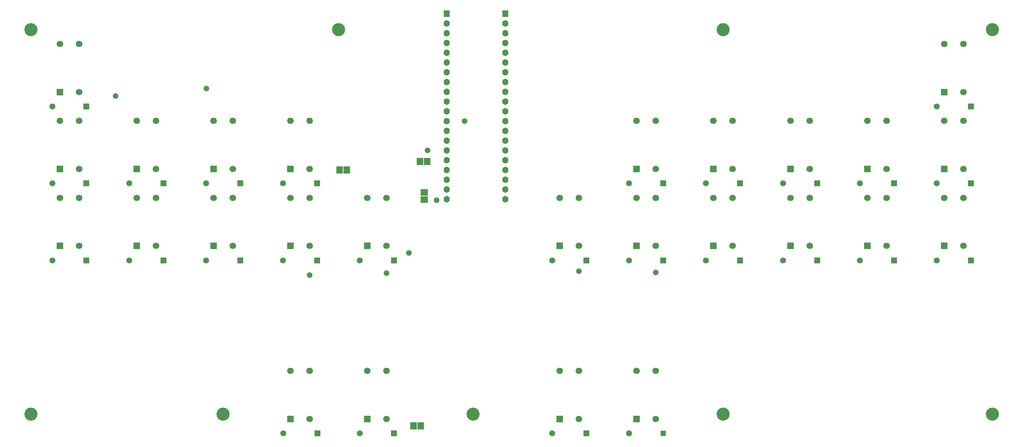
<source format=gbr>
G04*
G04 #@! TF.GenerationSoftware,Altium Limited,Altium Designer,23.10.1 (27)*
G04*
G04 Layer_Color=8388736*
%FSLAX44Y44*%
%MOMM*%
G71*
G04*
G04 #@! TF.SameCoordinates,93BA021C-4F65-4C52-B2D2-680D5BDB3C73*
G04*
G04*
G04 #@! TF.FilePolarity,Negative*
G04*
G01*
G75*
%ADD15R,1.6532X1.8532*%
%ADD16R,1.8532X1.6532*%
%ADD17R,1.7000X1.7000*%
%ADD18C,1.7000*%
%ADD19O,1.6032X1.7032*%
%ADD20R,1.6032X1.7032*%
%ADD21R,1.4000X1.4000*%
%ADD22C,3.4032*%
%ADD23R,1.5500X1.5500*%
%ADD24C,1.5500*%
%ADD25C,1.4732*%
D15*
X1130250Y757000D02*
D03*
X1111750D02*
D03*
X902750Y735000D02*
D03*
X921250D02*
D03*
X1094750Y70000D02*
D03*
X1113250D02*
D03*
D16*
X1123000Y657750D02*
D03*
Y676250D02*
D03*
D17*
X775000Y737500D02*
D03*
X1875000Y737500D02*
D03*
X2475000Y937500D02*
D03*
Y737500D02*
D03*
X2075000Y537500D02*
D03*
X1675000D02*
D03*
X1475000D02*
D03*
X1675000Y737500D02*
D03*
X2475000Y537500D02*
D03*
X2275000D02*
D03*
Y737500D02*
D03*
X2075000D02*
D03*
X975000Y537500D02*
D03*
X775000Y87499D02*
D03*
Y537500D02*
D03*
X575000Y737500D02*
D03*
X375000D02*
D03*
X575000Y537500D02*
D03*
X375000D02*
D03*
X175000Y937499D02*
D03*
Y737500D02*
D03*
Y537500D02*
D03*
X975000Y87499D02*
D03*
X1475000Y87500D02*
D03*
X1875000Y537500D02*
D03*
X1675000Y87500D02*
D03*
D18*
X775000Y862500D02*
D03*
X825000Y737500D02*
D03*
Y862500D02*
D03*
X2525000Y1062500D02*
D03*
Y937500D02*
D03*
X2475000Y1062500D02*
D03*
Y862500D02*
D03*
X2525000Y737500D02*
D03*
Y862500D02*
D03*
X2125000Y537500D02*
D03*
X2075000Y662500D02*
D03*
X1725000D02*
D03*
Y537500D02*
D03*
X1675000Y662500D02*
D03*
X1525000D02*
D03*
Y537500D02*
D03*
X1475000Y662500D02*
D03*
X1725000Y862500D02*
D03*
Y737500D02*
D03*
X1675000Y862500D02*
D03*
X2525000Y662500D02*
D03*
Y537500D02*
D03*
X2475000Y662500D02*
D03*
X2325000D02*
D03*
Y537500D02*
D03*
X2275000Y662500D02*
D03*
X2325000Y862500D02*
D03*
Y737500D02*
D03*
X2275000Y862500D02*
D03*
X2125000D02*
D03*
Y737500D02*
D03*
X2075000Y862500D02*
D03*
X1925000D02*
D03*
Y737500D02*
D03*
X1875000Y862500D02*
D03*
X825000Y212499D02*
D03*
Y87499D02*
D03*
X775000Y212499D02*
D03*
X825000Y662499D02*
D03*
Y537500D02*
D03*
X775000Y662499D02*
D03*
X625000Y862500D02*
D03*
Y737500D02*
D03*
X575000Y862500D02*
D03*
X425000D02*
D03*
Y737500D02*
D03*
X375000Y862500D02*
D03*
X625000Y662499D02*
D03*
Y537500D02*
D03*
X575000Y662499D02*
D03*
X425000D02*
D03*
Y537500D02*
D03*
X375000Y662499D02*
D03*
X225000Y1062499D02*
D03*
Y937499D02*
D03*
X175000Y1062499D02*
D03*
X225000Y862500D02*
D03*
Y737500D02*
D03*
X175000Y862500D02*
D03*
X225000Y662499D02*
D03*
Y537500D02*
D03*
X175000Y662499D02*
D03*
X2125000Y662500D02*
D03*
X1025000Y212499D02*
D03*
Y87499D02*
D03*
X975000Y212499D02*
D03*
X1525000Y212500D02*
D03*
Y87500D02*
D03*
X1475000Y212500D02*
D03*
X1925000Y662500D02*
D03*
Y537500D02*
D03*
X1875000Y662500D02*
D03*
X1725000Y212500D02*
D03*
Y87500D02*
D03*
X1675000Y212500D02*
D03*
X1025000Y662499D02*
D03*
Y537500D02*
D03*
X975000Y662499D02*
D03*
D19*
X1181560Y1090500D02*
D03*
Y1065100D02*
D03*
Y1039700D02*
D03*
Y1014300D02*
D03*
Y988900D02*
D03*
Y963500D02*
D03*
Y938100D02*
D03*
Y912700D02*
D03*
Y887300D02*
D03*
Y861900D02*
D03*
Y836500D02*
D03*
Y811100D02*
D03*
Y785700D02*
D03*
Y760300D02*
D03*
Y734900D02*
D03*
Y709500D02*
D03*
Y658700D02*
D03*
Y684100D02*
D03*
Y1115900D02*
D03*
X1333760D02*
D03*
Y1090500D02*
D03*
Y1065100D02*
D03*
Y1039700D02*
D03*
Y1014300D02*
D03*
Y988900D02*
D03*
Y963500D02*
D03*
Y938100D02*
D03*
Y912700D02*
D03*
Y887300D02*
D03*
Y861900D02*
D03*
Y836500D02*
D03*
Y811100D02*
D03*
Y785700D02*
D03*
Y760300D02*
D03*
Y734900D02*
D03*
Y709500D02*
D03*
Y684100D02*
D03*
Y658700D02*
D03*
D20*
X1181560Y1141300D02*
D03*
X1333760D02*
D03*
D21*
X1744400Y50000D02*
D03*
D22*
X1900000Y100000D02*
D03*
X1250000D02*
D03*
X600000D02*
D03*
X900000Y1100000D02*
D03*
X1900000D02*
D03*
X2600000D02*
D03*
Y100000D02*
D03*
X100000D02*
D03*
Y1100000D02*
D03*
D23*
X2544400Y900000D02*
D03*
Y700000D02*
D03*
X2144400D02*
D03*
X2344400D02*
D03*
X2544400Y500000D02*
D03*
X2344400D02*
D03*
X1744400Y700000D02*
D03*
X2144400Y500000D02*
D03*
X244400Y699999D02*
D03*
Y900000D02*
D03*
X444400Y699999D02*
D03*
X244400Y499999D02*
D03*
X444400D02*
D03*
X644400D02*
D03*
X844400D02*
D03*
X644400Y699999D02*
D03*
X844400D02*
D03*
X1044400Y499999D02*
D03*
X1744400Y500000D02*
D03*
X1944400D02*
D03*
Y700000D02*
D03*
X1544400Y50000D02*
D03*
Y500000D02*
D03*
X1044400Y49999D02*
D03*
X845010D02*
D03*
D24*
X2455600Y900000D02*
D03*
Y700000D02*
D03*
X2055600D02*
D03*
X2255600D02*
D03*
X2455600Y500000D02*
D03*
X2255600D02*
D03*
X1655600Y700000D02*
D03*
X2055600Y500000D02*
D03*
X155600Y699999D02*
D03*
Y900000D02*
D03*
X355600Y699999D02*
D03*
X155600Y499999D02*
D03*
X355600D02*
D03*
X555600D02*
D03*
X755600D02*
D03*
X555600Y699999D02*
D03*
X755600D02*
D03*
X955600Y499999D02*
D03*
X1655600Y50000D02*
D03*
Y500000D02*
D03*
X1855600D02*
D03*
Y700000D02*
D03*
X1455600Y50000D02*
D03*
Y500000D02*
D03*
X955600Y49999D02*
D03*
X756210D02*
D03*
D25*
X1228000Y862000D02*
D03*
X1131000Y786000D02*
D03*
X320000Y927000D02*
D03*
X556000Y947000D02*
D03*
X1155000Y656000D02*
D03*
X1083000Y519000D02*
D03*
X1025000Y467000D02*
D03*
X825000Y462000D02*
D03*
X1525000Y472000D02*
D03*
X1725000Y468000D02*
D03*
M02*

</source>
